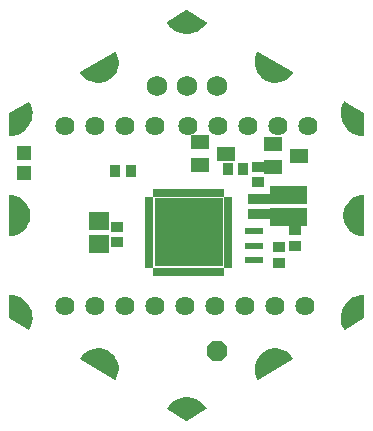
<source format=gbr>
G04 EAGLE Gerber RS-274X export*
G75*
%MOMM*%
%FSLAX34Y34*%
%LPD*%
%INSoldermask Bottom*%
%IPPOS*%
%AMOC8*
5,1,8,0,0,1.08239X$1,22.5*%
G01*
%ADD10R,1.603197X0.603200*%
%ADD11P,1.869504X8X22.500000*%
%ADD12R,0.903200X1.103200*%
%ADD13R,1.103200X0.903200*%
%ADD14R,1.303200X1.203200*%
%ADD15R,1.703200X1.503200*%
%ADD16C,1.727200*%
%ADD17C,1.203200*%
%ADD18C,1.625600*%
%ADD19R,1.603200X1.203200*%
%ADD20R,0.753200X0.503200*%
%ADD21R,0.503200X0.753200*%
%ADD22R,5.803200X5.803200*%

G36*
X-73116Y285545D02*
X-73116Y285545D01*
X-73082Y285553D01*
X-73034Y285554D01*
X-70279Y286093D01*
X-70246Y286106D01*
X-70199Y286115D01*
X-67570Y287100D01*
X-67540Y287118D01*
X-67495Y287135D01*
X-65064Y288539D01*
X-65038Y288562D01*
X-64996Y288586D01*
X-62829Y290371D01*
X-62807Y290398D01*
X-62769Y290428D01*
X-60925Y292545D01*
X-60908Y292576D01*
X-60877Y292612D01*
X-59406Y295004D01*
X-59394Y295036D01*
X-59369Y295077D01*
X-58313Y297679D01*
X-58306Y297713D01*
X-58288Y297757D01*
X-57674Y300497D01*
X-57673Y300532D01*
X-57663Y300579D01*
X-57508Y303382D01*
X-57513Y303417D01*
X-57510Y303465D01*
X-57819Y306255D01*
X-57830Y306288D01*
X-57835Y306336D01*
X-58599Y309038D01*
X-58615Y309069D01*
X-58628Y309115D01*
X-59826Y311654D01*
X-59844Y311678D01*
X-59854Y311705D01*
X-59902Y311757D01*
X-59945Y311814D01*
X-59970Y311828D01*
X-59990Y311850D01*
X-60055Y311878D01*
X-60117Y311914D01*
X-60146Y311918D01*
X-60172Y311929D01*
X-60244Y311930D01*
X-60314Y311939D01*
X-60342Y311931D01*
X-60371Y311932D01*
X-60465Y311897D01*
X-60505Y311885D01*
X-60514Y311879D01*
X-60527Y311874D01*
X-89972Y294874D01*
X-89994Y294854D01*
X-90020Y294842D01*
X-90053Y294805D01*
X-90059Y294801D01*
X-90064Y294794D01*
X-90068Y294789D01*
X-90121Y294742D01*
X-90134Y294716D01*
X-90153Y294694D01*
X-90176Y294627D01*
X-90207Y294563D01*
X-90208Y294533D01*
X-90217Y294506D01*
X-90212Y294435D01*
X-90216Y294364D01*
X-90205Y294336D01*
X-90203Y294307D01*
X-90161Y294217D01*
X-90146Y294178D01*
X-90139Y294169D01*
X-90133Y294157D01*
X-88533Y291850D01*
X-88508Y291826D01*
X-88480Y291786D01*
X-86523Y289773D01*
X-86494Y289754D01*
X-86460Y289719D01*
X-84198Y288056D01*
X-84167Y288042D01*
X-84128Y288013D01*
X-81623Y286745D01*
X-81589Y286736D01*
X-81546Y286714D01*
X-78867Y285876D01*
X-78832Y285873D01*
X-78786Y285858D01*
X-76005Y285473D01*
X-75970Y285475D01*
X-75923Y285468D01*
X-73116Y285545D01*
G37*
G36*
X60342Y34144D02*
X60342Y34144D01*
X60371Y34143D01*
X60465Y34178D01*
X60505Y34190D01*
X60514Y34196D01*
X60527Y34201D01*
X89972Y51201D01*
X89994Y51221D01*
X90020Y51233D01*
X90068Y51286D01*
X90121Y51333D01*
X90134Y51359D01*
X90153Y51381D01*
X90176Y51448D01*
X90207Y51512D01*
X90208Y51542D01*
X90217Y51569D01*
X90212Y51640D01*
X90216Y51711D01*
X90205Y51739D01*
X90203Y51768D01*
X90161Y51858D01*
X90146Y51897D01*
X90139Y51906D01*
X90133Y51918D01*
X88533Y54225D01*
X88508Y54249D01*
X88480Y54289D01*
X86523Y56302D01*
X86494Y56321D01*
X86460Y56356D01*
X84198Y58019D01*
X84167Y58033D01*
X84128Y58062D01*
X81623Y59330D01*
X81589Y59339D01*
X81546Y59361D01*
X78867Y60199D01*
X78832Y60202D01*
X78786Y60217D01*
X76005Y60602D01*
X75970Y60600D01*
X75923Y60607D01*
X73116Y60530D01*
X73082Y60522D01*
X73034Y60521D01*
X70279Y59982D01*
X70246Y59969D01*
X70199Y59960D01*
X67570Y58975D01*
X67540Y58957D01*
X67495Y58940D01*
X65064Y57536D01*
X65038Y57513D01*
X64996Y57489D01*
X62829Y55704D01*
X62807Y55677D01*
X62769Y55647D01*
X60925Y53530D01*
X60908Y53499D01*
X60877Y53463D01*
X59406Y51071D01*
X59394Y51039D01*
X59369Y50998D01*
X58313Y48396D01*
X58306Y48362D01*
X58288Y48318D01*
X57674Y45578D01*
X57673Y45543D01*
X57663Y45496D01*
X57508Y42693D01*
X57513Y42658D01*
X57510Y42610D01*
X57819Y39820D01*
X57830Y39787D01*
X57835Y39739D01*
X58599Y37037D01*
X58615Y37006D01*
X58628Y36960D01*
X59826Y34421D01*
X59844Y34397D01*
X59854Y34370D01*
X59902Y34318D01*
X59945Y34261D01*
X59970Y34247D01*
X59990Y34225D01*
X60055Y34197D01*
X60117Y34161D01*
X60146Y34157D01*
X60172Y34146D01*
X60244Y34145D01*
X60314Y34136D01*
X60342Y34144D01*
G37*
G36*
X-60219Y34170D02*
X-60219Y34170D01*
X-60148Y34175D01*
X-60122Y34189D01*
X-60093Y34194D01*
X-60035Y34234D01*
X-59972Y34267D01*
X-59953Y34289D01*
X-59929Y34306D01*
X-59872Y34387D01*
X-59845Y34420D01*
X-59842Y34431D01*
X-59834Y34442D01*
X-58639Y36979D01*
X-58630Y37013D01*
X-58610Y37057D01*
X-57848Y39756D01*
X-57846Y39790D01*
X-57833Y39837D01*
X-57526Y42624D01*
X-57529Y42652D01*
X-57527Y42660D01*
X-57528Y42665D01*
X-57524Y42707D01*
X-57680Y45507D01*
X-57689Y45540D01*
X-57692Y45589D01*
X-58307Y48325D01*
X-58321Y48356D01*
X-58331Y48403D01*
X-59388Y51001D01*
X-59408Y51030D01*
X-59426Y51075D01*
X-60896Y53463D01*
X-60920Y53488D01*
X-60945Y53529D01*
X-62788Y55643D01*
X-62816Y55664D01*
X-62847Y55700D01*
X-65013Y57482D01*
X-65044Y57498D01*
X-65081Y57529D01*
X-67511Y58929D01*
X-67544Y58940D01*
X-67585Y58965D01*
X-70212Y59946D01*
X-70246Y59952D01*
X-70292Y59969D01*
X-73044Y60504D01*
X-73079Y60504D01*
X-73126Y60513D01*
X-75930Y60589D01*
X-75964Y60583D01*
X-76012Y60584D01*
X-78790Y60197D01*
X-78823Y60186D01*
X-78870Y60179D01*
X-81546Y59340D01*
X-81577Y59323D01*
X-81623Y59309D01*
X-84124Y58041D01*
X-84151Y58020D01*
X-84194Y57998D01*
X-86453Y56335D01*
X-86476Y56310D01*
X-86515Y56281D01*
X-88470Y54270D01*
X-88488Y54241D01*
X-88522Y54206D01*
X-90118Y51900D01*
X-90130Y51874D01*
X-90148Y51851D01*
X-90158Y51820D01*
X-90165Y51809D01*
X-90169Y51782D01*
X-90197Y51718D01*
X-90197Y51688D01*
X-90205Y51660D01*
X-90197Y51590D01*
X-90198Y51519D01*
X-90186Y51492D01*
X-90183Y51463D01*
X-90148Y51401D01*
X-90121Y51335D01*
X-90100Y51315D01*
X-90086Y51290D01*
X-90009Y51226D01*
X-89978Y51197D01*
X-89968Y51192D01*
X-89957Y51184D01*
X-60535Y34222D01*
X-60507Y34213D01*
X-60483Y34197D01*
X-60414Y34182D01*
X-60346Y34159D01*
X-60317Y34162D01*
X-60289Y34156D01*
X-60219Y34170D01*
G37*
G36*
X75964Y285492D02*
X75964Y285492D01*
X76012Y285491D01*
X78790Y285878D01*
X78823Y285889D01*
X78870Y285896D01*
X81546Y286735D01*
X81577Y286752D01*
X81623Y286766D01*
X84124Y288034D01*
X84151Y288055D01*
X84194Y288077D01*
X86453Y289740D01*
X86476Y289765D01*
X86515Y289794D01*
X86843Y290131D01*
X87328Y290631D01*
X87813Y291130D01*
X88298Y291629D01*
X88470Y291805D01*
X88488Y291834D01*
X88522Y291869D01*
X90118Y294175D01*
X90130Y294201D01*
X90148Y294224D01*
X90169Y294292D01*
X90197Y294357D01*
X90197Y294387D01*
X90205Y294415D01*
X90197Y294485D01*
X90198Y294556D01*
X90186Y294583D01*
X90183Y294612D01*
X90148Y294674D01*
X90121Y294740D01*
X90100Y294760D01*
X90086Y294785D01*
X90024Y294836D01*
X90019Y294843D01*
X90009Y294849D01*
X89978Y294878D01*
X89968Y294883D01*
X89957Y294891D01*
X60535Y311853D01*
X60507Y311862D01*
X60483Y311878D01*
X60414Y311893D01*
X60346Y311916D01*
X60317Y311913D01*
X60289Y311919D01*
X60219Y311905D01*
X60148Y311900D01*
X60122Y311886D01*
X60093Y311881D01*
X60035Y311841D01*
X59972Y311808D01*
X59953Y311786D01*
X59929Y311769D01*
X59872Y311688D01*
X59845Y311655D01*
X59842Y311644D01*
X59834Y311633D01*
X58639Y309096D01*
X58630Y309062D01*
X58610Y309018D01*
X57848Y306319D01*
X57846Y306285D01*
X57833Y306238D01*
X57526Y303451D01*
X57529Y303416D01*
X57524Y303368D01*
X57680Y300568D01*
X57689Y300535D01*
X57692Y300486D01*
X58307Y297750D01*
X58321Y297719D01*
X58331Y297672D01*
X59388Y295074D01*
X59408Y295045D01*
X59426Y295000D01*
X60896Y292612D01*
X60920Y292587D01*
X60945Y292546D01*
X62788Y290432D01*
X62816Y290411D01*
X62847Y290375D01*
X65013Y288593D01*
X65044Y288577D01*
X65081Y288546D01*
X67511Y287146D01*
X67544Y287135D01*
X67585Y287110D01*
X70212Y286129D01*
X70246Y286123D01*
X70292Y286106D01*
X73044Y285571D01*
X73079Y285571D01*
X73126Y285562D01*
X75930Y285486D01*
X75964Y285492D01*
G37*
G36*
X-149981Y155562D02*
X-149981Y155562D01*
X-149967Y155561D01*
X-147172Y155791D01*
X-147139Y155801D01*
X-147091Y155805D01*
X-144371Y156491D01*
X-144340Y156506D01*
X-144293Y156518D01*
X-141724Y157643D01*
X-141696Y157663D01*
X-141652Y157682D01*
X-139303Y159214D01*
X-139278Y159239D01*
X-139238Y159265D01*
X-137173Y161163D01*
X-137153Y161191D01*
X-137148Y161196D01*
X-137137Y161203D01*
X-137133Y161209D01*
X-137118Y161224D01*
X-135393Y163436D01*
X-135378Y163467D01*
X-135348Y163505D01*
X-134012Y165970D01*
X-134002Y166003D01*
X-133979Y166046D01*
X-133066Y168698D01*
X-133062Y168732D01*
X-133046Y168778D01*
X-132583Y171543D01*
X-132584Y171578D01*
X-132576Y171626D01*
X-132574Y174430D01*
X-132581Y174464D01*
X-132581Y174512D01*
X-133040Y177279D01*
X-133053Y177311D01*
X-133061Y177359D01*
X-133970Y180012D01*
X-133987Y180042D01*
X-134003Y180087D01*
X-135336Y182555D01*
X-135358Y182581D01*
X-135381Y182624D01*
X-137102Y184838D01*
X-137128Y184861D01*
X-137158Y184899D01*
X-139220Y186800D01*
X-139249Y186818D01*
X-139285Y186850D01*
X-141632Y188386D01*
X-141664Y188399D01*
X-141704Y188425D01*
X-144272Y189553D01*
X-144305Y189561D01*
X-144350Y189580D01*
X-147068Y190270D01*
X-147102Y190272D01*
X-147149Y190284D01*
X-149944Y190518D01*
X-149973Y190514D01*
X-150002Y190519D01*
X-150071Y190503D01*
X-150141Y190494D01*
X-150167Y190480D01*
X-150195Y190473D01*
X-150252Y190431D01*
X-150314Y190396D01*
X-150332Y190373D01*
X-150355Y190355D01*
X-150392Y190294D01*
X-150435Y190238D01*
X-150442Y190209D01*
X-150457Y190184D01*
X-150474Y190086D01*
X-150484Y190045D01*
X-150482Y190034D01*
X-150485Y190020D01*
X-150507Y156059D01*
X-150501Y156031D01*
X-150504Y156001D01*
X-150482Y155934D01*
X-150468Y155864D01*
X-150451Y155840D01*
X-150442Y155812D01*
X-150396Y155759D01*
X-150355Y155700D01*
X-150331Y155685D01*
X-150312Y155663D01*
X-150248Y155631D01*
X-150188Y155593D01*
X-150159Y155588D01*
X-150133Y155575D01*
X-150034Y155567D01*
X-149992Y155560D01*
X-149981Y155562D01*
G37*
G36*
X150071Y155572D02*
X150071Y155572D01*
X150141Y155581D01*
X150167Y155595D01*
X150195Y155602D01*
X150252Y155644D01*
X150314Y155679D01*
X150332Y155702D01*
X150355Y155720D01*
X150392Y155781D01*
X150435Y155837D01*
X150442Y155866D01*
X150457Y155891D01*
X150474Y155989D01*
X150484Y156030D01*
X150482Y156041D01*
X150485Y156055D01*
X150507Y190016D01*
X150507Y190019D01*
X150507Y190021D01*
X150503Y190039D01*
X150501Y190044D01*
X150504Y190074D01*
X150482Y190141D01*
X150468Y190211D01*
X150451Y190235D01*
X150442Y190263D01*
X150396Y190316D01*
X150355Y190375D01*
X150331Y190390D01*
X150312Y190412D01*
X150248Y190444D01*
X150188Y190482D01*
X150159Y190487D01*
X150133Y190500D01*
X150034Y190508D01*
X149992Y190515D01*
X149981Y190513D01*
X149967Y190514D01*
X147172Y190284D01*
X147139Y190274D01*
X147091Y190270D01*
X144371Y189584D01*
X144340Y189569D01*
X144293Y189557D01*
X141724Y188432D01*
X141696Y188412D01*
X141652Y188393D01*
X139303Y186861D01*
X139278Y186836D01*
X139238Y186810D01*
X137173Y184912D01*
X137153Y184884D01*
X137118Y184851D01*
X135393Y182639D01*
X135378Y182608D01*
X135348Y182570D01*
X134012Y180105D01*
X134002Y180072D01*
X133979Y180029D01*
X133066Y177377D01*
X133062Y177343D01*
X133046Y177297D01*
X132583Y174532D01*
X132584Y174497D01*
X132576Y174449D01*
X132574Y171645D01*
X132581Y171611D01*
X132581Y171563D01*
X133040Y168796D01*
X133053Y168764D01*
X133061Y168716D01*
X133970Y166063D01*
X133987Y166033D01*
X134003Y165988D01*
X135336Y163520D01*
X135358Y163494D01*
X135381Y163451D01*
X137102Y161237D01*
X137128Y161214D01*
X137158Y161176D01*
X139220Y159275D01*
X139249Y159257D01*
X139285Y159225D01*
X141632Y157689D01*
X141664Y157676D01*
X141704Y157650D01*
X144272Y156522D01*
X144305Y156514D01*
X144350Y156495D01*
X147068Y155805D01*
X147102Y155803D01*
X147149Y155791D01*
X149944Y155557D01*
X149973Y155561D01*
X150002Y155556D01*
X150071Y155572D01*
G37*
G36*
X150105Y240116D02*
X150105Y240116D01*
X150176Y240124D01*
X150201Y240139D01*
X150229Y240145D01*
X150286Y240188D01*
X150348Y240223D01*
X150366Y240246D01*
X150389Y240263D01*
X150425Y240325D01*
X150468Y240382D01*
X150475Y240410D01*
X150490Y240435D01*
X150507Y240533D01*
X150517Y240574D01*
X150515Y240585D01*
X150518Y240599D01*
X150495Y259638D01*
X150479Y259714D01*
X150471Y259790D01*
X150460Y259810D01*
X150455Y259833D01*
X150411Y259896D01*
X150374Y259963D01*
X150354Y259980D01*
X150342Y259997D01*
X150305Y260021D01*
X150246Y260070D01*
X133769Y269609D01*
X133741Y269618D01*
X133717Y269635D01*
X133648Y269650D01*
X133580Y269672D01*
X133551Y269670D01*
X133523Y269676D01*
X133453Y269663D01*
X133382Y269657D01*
X133356Y269644D01*
X133328Y269638D01*
X133268Y269598D01*
X133205Y269566D01*
X133187Y269543D01*
X133163Y269527D01*
X133105Y269445D01*
X133078Y269413D01*
X133075Y269402D01*
X133067Y269391D01*
X131753Y266621D01*
X131745Y266588D01*
X131724Y266546D01*
X130871Y263601D01*
X130869Y263567D01*
X130855Y263522D01*
X130486Y260478D01*
X130488Y260444D01*
X130482Y260398D01*
X130606Y257334D01*
X130614Y257301D01*
X130616Y257254D01*
X131229Y254250D01*
X131242Y254219D01*
X131251Y254173D01*
X132339Y251306D01*
X132357Y251277D01*
X132373Y251233D01*
X133906Y248578D01*
X133929Y248552D01*
X133952Y248512D01*
X135891Y246137D01*
X135917Y246115D01*
X135947Y246079D01*
X138242Y244046D01*
X138271Y244029D01*
X138306Y243997D01*
X140897Y242358D01*
X140929Y242346D01*
X140969Y242321D01*
X143789Y241119D01*
X143823Y241112D01*
X143866Y241094D01*
X146843Y240360D01*
X146877Y240359D01*
X146922Y240347D01*
X149978Y240100D01*
X150007Y240104D01*
X150035Y240099D01*
X150105Y240116D01*
G37*
G36*
X-133453Y76412D02*
X-133453Y76412D01*
X-133382Y76418D01*
X-133356Y76431D01*
X-133328Y76437D01*
X-133268Y76477D01*
X-133205Y76509D01*
X-133187Y76532D01*
X-133163Y76548D01*
X-133105Y76630D01*
X-133078Y76662D01*
X-133075Y76673D01*
X-133067Y76684D01*
X-131753Y79454D01*
X-131745Y79487D01*
X-131724Y79529D01*
X-130871Y82474D01*
X-130869Y82508D01*
X-130855Y82553D01*
X-130486Y85597D01*
X-130488Y85631D01*
X-130482Y85677D01*
X-130606Y88741D01*
X-130614Y88774D01*
X-130616Y88821D01*
X-131229Y91825D01*
X-131242Y91856D01*
X-131251Y91902D01*
X-132339Y94769D01*
X-132357Y94798D01*
X-132373Y94842D01*
X-133906Y97497D01*
X-133929Y97523D01*
X-133952Y97563D01*
X-135891Y99938D01*
X-135917Y99960D01*
X-135947Y99996D01*
X-138242Y102029D01*
X-138271Y102046D01*
X-138306Y102078D01*
X-140897Y103717D01*
X-140929Y103729D01*
X-140969Y103754D01*
X-143789Y104956D01*
X-143823Y104963D01*
X-143866Y104981D01*
X-146843Y105715D01*
X-146877Y105716D01*
X-146922Y105728D01*
X-149978Y105975D01*
X-150007Y105971D01*
X-150035Y105976D01*
X-150105Y105959D01*
X-150176Y105951D01*
X-150201Y105936D01*
X-150229Y105930D01*
X-150286Y105887D01*
X-150348Y105852D01*
X-150366Y105829D01*
X-150389Y105812D01*
X-150425Y105750D01*
X-150468Y105693D01*
X-150475Y105665D01*
X-150490Y105640D01*
X-150507Y105542D01*
X-150517Y105501D01*
X-150515Y105490D01*
X-150518Y105476D01*
X-150495Y86437D01*
X-150479Y86361D01*
X-150471Y86285D01*
X-150460Y86265D01*
X-150455Y86242D01*
X-150411Y86179D01*
X-150374Y86112D01*
X-150354Y86095D01*
X-150342Y86078D01*
X-150305Y86054D01*
X-150246Y86005D01*
X-133769Y76466D01*
X-133741Y76457D01*
X-133717Y76440D01*
X-133648Y76425D01*
X-133580Y76403D01*
X-133551Y76405D01*
X-133523Y76399D01*
X-133453Y76412D01*
G37*
G36*
X133609Y76444D02*
X133609Y76444D01*
X133637Y76443D01*
X133733Y76479D01*
X133773Y76490D01*
X133781Y76497D01*
X133793Y76501D01*
X150247Y86001D01*
X150306Y86053D01*
X150368Y86099D01*
X150380Y86118D01*
X150396Y86133D01*
X150430Y86203D01*
X150470Y86270D01*
X150474Y86295D01*
X150482Y86312D01*
X150484Y86357D01*
X150497Y86434D01*
X150474Y105474D01*
X150469Y105502D01*
X150471Y105530D01*
X150449Y105598D01*
X150434Y105669D01*
X150418Y105692D01*
X150409Y105719D01*
X150362Y105773D01*
X150322Y105832D01*
X150298Y105848D01*
X150279Y105869D01*
X150215Y105901D01*
X150154Y105939D01*
X150126Y105944D01*
X150100Y105956D01*
X150000Y105965D01*
X149958Y105972D01*
X149947Y105970D01*
X149934Y105971D01*
X146885Y105721D01*
X146852Y105711D01*
X146805Y105708D01*
X143835Y104972D01*
X143805Y104957D01*
X143759Y104946D01*
X143538Y104852D01*
X142370Y104353D01*
X141203Y103854D01*
X141202Y103854D01*
X140946Y103744D01*
X140918Y103725D01*
X140874Y103706D01*
X138290Y102068D01*
X138266Y102044D01*
X138226Y102020D01*
X135938Y99988D01*
X135918Y99961D01*
X135883Y99930D01*
X133950Y97557D01*
X133934Y97527D01*
X133905Y97491D01*
X132378Y94839D01*
X132367Y94807D01*
X132344Y94767D01*
X131262Y91904D01*
X131257Y91871D01*
X131240Y91827D01*
X130631Y88828D01*
X130631Y88795D01*
X130622Y88749D01*
X130502Y85691D01*
X130508Y85658D01*
X130505Y85611D01*
X130878Y82574D01*
X130889Y82542D01*
X130894Y82495D01*
X131749Y79557D01*
X131765Y79527D01*
X131777Y79482D01*
X133093Y76719D01*
X133110Y76697D01*
X133119Y76670D01*
X133169Y76618D01*
X133212Y76560D01*
X133237Y76546D01*
X133256Y76525D01*
X133322Y76497D01*
X133384Y76461D01*
X133412Y76457D01*
X133438Y76446D01*
X133510Y76445D01*
X133581Y76436D01*
X133609Y76444D01*
G37*
G36*
X-149947Y240105D02*
X-149947Y240105D01*
X-149934Y240104D01*
X-146885Y240354D01*
X-146852Y240364D01*
X-146805Y240367D01*
X-143835Y241103D01*
X-143805Y241118D01*
X-143759Y241129D01*
X-143731Y241141D01*
X-143730Y241141D01*
X-142563Y241640D01*
X-141395Y242139D01*
X-140946Y242331D01*
X-140918Y242350D01*
X-140874Y242369D01*
X-138290Y244007D01*
X-138266Y244031D01*
X-138226Y244055D01*
X-135938Y246087D01*
X-135918Y246114D01*
X-135883Y246145D01*
X-133950Y248518D01*
X-133934Y248548D01*
X-133905Y248584D01*
X-132378Y251236D01*
X-132367Y251268D01*
X-132344Y251308D01*
X-131262Y254171D01*
X-131257Y254204D01*
X-131240Y254248D01*
X-130631Y257247D01*
X-130631Y257280D01*
X-130622Y257326D01*
X-130502Y260384D01*
X-130508Y260417D01*
X-130505Y260464D01*
X-130878Y263501D01*
X-130889Y263533D01*
X-130894Y263580D01*
X-131749Y266518D01*
X-131765Y266548D01*
X-131777Y266593D01*
X-133093Y269356D01*
X-133110Y269378D01*
X-133119Y269405D01*
X-133169Y269457D01*
X-133212Y269515D01*
X-133237Y269529D01*
X-133256Y269550D01*
X-133322Y269578D01*
X-133384Y269614D01*
X-133412Y269618D01*
X-133438Y269629D01*
X-133510Y269630D01*
X-133581Y269639D01*
X-133609Y269631D01*
X-133637Y269632D01*
X-133733Y269596D01*
X-133773Y269585D01*
X-133781Y269578D01*
X-133793Y269574D01*
X-150247Y260074D01*
X-150306Y260022D01*
X-150368Y259976D01*
X-150380Y259957D01*
X-150396Y259942D01*
X-150430Y259872D01*
X-150470Y259805D01*
X-150474Y259780D01*
X-150482Y259763D01*
X-150484Y259718D01*
X-150497Y259641D01*
X-150474Y240601D01*
X-150469Y240573D01*
X-150471Y240545D01*
X-150449Y240477D01*
X-150434Y240406D01*
X-150418Y240383D01*
X-150409Y240356D01*
X-150362Y240302D01*
X-150322Y240243D01*
X-150298Y240227D01*
X-150279Y240206D01*
X-150215Y240174D01*
X-150154Y240136D01*
X-150126Y240131D01*
X-150100Y240119D01*
X-150000Y240110D01*
X-149958Y240103D01*
X-149947Y240105D01*
G37*
G36*
X1560Y326782D02*
X1560Y326782D01*
X1607Y326782D01*
X4628Y327269D01*
X4660Y327281D01*
X4706Y327288D01*
X7610Y328254D01*
X7639Y328271D01*
X7684Y328285D01*
X10395Y329704D01*
X10421Y329725D01*
X10463Y329747D01*
X12911Y331582D01*
X12934Y331607D01*
X12971Y331635D01*
X15093Y333839D01*
X15112Y333868D01*
X15144Y333902D01*
X16886Y336418D01*
X16897Y336444D01*
X16915Y336466D01*
X16936Y336535D01*
X16964Y336601D01*
X16964Y336629D01*
X16972Y336657D01*
X16964Y336728D01*
X16965Y336799D01*
X16954Y336826D01*
X16950Y336854D01*
X16916Y336917D01*
X16888Y336983D01*
X16867Y337003D01*
X16853Y337028D01*
X16776Y337092D01*
X16745Y337122D01*
X16735Y337126D01*
X16725Y337134D01*
X248Y346673D01*
X174Y346698D01*
X103Y346729D01*
X81Y346730D01*
X59Y346737D01*
X-18Y346731D01*
X-96Y346732D01*
X-119Y346723D01*
X-139Y346721D01*
X-178Y346701D01*
X-252Y346674D01*
X-16706Y337174D01*
X-16728Y337155D01*
X-16753Y337143D01*
X-16801Y337090D01*
X-16855Y337042D01*
X-16867Y337016D01*
X-16886Y336995D01*
X-16910Y336927D01*
X-16941Y336863D01*
X-16942Y336834D01*
X-16952Y336807D01*
X-16947Y336736D01*
X-16950Y336664D01*
X-16940Y336637D01*
X-16938Y336609D01*
X-16895Y336517D01*
X-16881Y336478D01*
X-16873Y336470D01*
X-16868Y336458D01*
X-15133Y333938D01*
X-15108Y333914D01*
X-15082Y333876D01*
X-12965Y331666D01*
X-12937Y331647D01*
X-12905Y331613D01*
X-10461Y329772D01*
X-10430Y329757D01*
X-10393Y329729D01*
X-7685Y328304D01*
X-7653Y328294D01*
X-7612Y328272D01*
X-4710Y327300D01*
X-4677Y327296D01*
X-4676Y327295D01*
X-4632Y327280D01*
X-1613Y326786D01*
X-1579Y326787D01*
X-1533Y326779D01*
X1527Y326776D01*
X1560Y326782D01*
G37*
G36*
X18Y-656D02*
X18Y-656D01*
X96Y-657D01*
X119Y-648D01*
X139Y-646D01*
X178Y-626D01*
X252Y-599D01*
X16706Y8901D01*
X16728Y8920D01*
X16753Y8932D01*
X16788Y8970D01*
X16791Y8972D01*
X16794Y8977D01*
X16801Y8985D01*
X16855Y9033D01*
X16867Y9059D01*
X16886Y9080D01*
X16910Y9148D01*
X16941Y9212D01*
X16942Y9241D01*
X16952Y9268D01*
X16947Y9339D01*
X16950Y9411D01*
X16940Y9438D01*
X16938Y9466D01*
X16895Y9558D01*
X16881Y9597D01*
X16873Y9605D01*
X16868Y9617D01*
X15133Y12137D01*
X15108Y12161D01*
X15082Y12199D01*
X12965Y14409D01*
X12937Y14428D01*
X12905Y14462D01*
X10461Y16303D01*
X10430Y16318D01*
X10393Y16346D01*
X7685Y17771D01*
X7653Y17781D01*
X7612Y17803D01*
X4710Y18775D01*
X4687Y18778D01*
X4674Y18780D01*
X4632Y18795D01*
X1613Y19289D01*
X1579Y19288D01*
X1533Y19296D01*
X-1527Y19299D01*
X-1560Y19293D01*
X-1607Y19293D01*
X-4628Y18806D01*
X-4660Y18794D01*
X-4706Y18787D01*
X-7610Y17821D01*
X-7639Y17804D01*
X-7684Y17790D01*
X-10395Y16371D01*
X-10421Y16350D01*
X-10463Y16328D01*
X-12911Y14493D01*
X-12934Y14468D01*
X-12971Y14440D01*
X-15093Y12236D01*
X-15112Y12207D01*
X-15144Y12173D01*
X-16886Y9657D01*
X-16897Y9631D01*
X-16915Y9609D01*
X-16936Y9540D01*
X-16964Y9474D01*
X-16964Y9446D01*
X-16972Y9418D01*
X-16964Y9347D01*
X-16965Y9276D01*
X-16954Y9249D01*
X-16950Y9221D01*
X-16916Y9158D01*
X-16888Y9092D01*
X-16867Y9072D01*
X-16853Y9047D01*
X-16776Y8983D01*
X-16745Y8953D01*
X-16735Y8949D01*
X-16725Y8941D01*
X-248Y-598D01*
X-174Y-623D01*
X-103Y-654D01*
X-81Y-655D01*
X-59Y-662D01*
X18Y-656D01*
G37*
D10*
X57150Y135638D03*
X57150Y147638D03*
X57150Y159637D03*
D11*
X25400Y58738D03*
D12*
X47775Y212725D03*
X34775Y212725D03*
D13*
X60325Y201463D03*
X60325Y214463D03*
D12*
X-60475Y211138D03*
X-47475Y211138D03*
D14*
X-138113Y208988D03*
X-138113Y225988D03*
D13*
X92075Y160488D03*
X92075Y147488D03*
X77788Y133200D03*
X77788Y146200D03*
X57150Y187475D03*
X57150Y174475D03*
X66675Y187475D03*
X66675Y174475D03*
X-58738Y163663D03*
X-58738Y150663D03*
D15*
X79375Y190475D03*
X79375Y171475D03*
X93663Y190475D03*
X93663Y171475D03*
X-74613Y168250D03*
X-74613Y149250D03*
D16*
X25400Y282575D03*
X0Y282575D03*
X-25400Y282575D03*
D17*
X-16Y338266D03*
X143067Y255638D03*
X143084Y90409D03*
X16Y7809D03*
X-143067Y90438D03*
X-143084Y255666D03*
X71551Y296908D03*
X143051Y173067D03*
X71550Y49109D03*
X-71551Y49167D03*
X-143051Y173008D03*
X-71550Y296966D03*
D18*
X-102600Y96838D03*
X-77200Y96838D03*
X-51800Y96838D03*
X-26400Y96838D03*
X-1000Y96838D03*
X24400Y96838D03*
X49800Y96838D03*
X75200Y96838D03*
X100600Y96838D03*
X102600Y249238D03*
X77200Y249238D03*
X51800Y249238D03*
X26400Y249238D03*
X1000Y249238D03*
X-26400Y249238D03*
X-51800Y249238D03*
X-77200Y249238D03*
X-102600Y249238D03*
D19*
X33225Y225425D03*
X11225Y234925D03*
X11225Y215925D03*
X95138Y223838D03*
X73138Y233338D03*
X73138Y214338D03*
D20*
X35388Y186257D03*
X35388Y181256D03*
X35388Y176254D03*
X35388Y171253D03*
X35388Y166252D03*
X35388Y161251D03*
X35388Y156249D03*
X35388Y151248D03*
X35388Y146247D03*
X35388Y141246D03*
X35388Y136244D03*
X35388Y131243D03*
D21*
X29095Y124950D03*
X24094Y124950D03*
X19092Y124950D03*
X14091Y124950D03*
X9090Y124950D03*
X4089Y124950D03*
X-914Y124950D03*
X-5915Y124950D03*
X-10916Y124950D03*
X-15917Y124950D03*
X-20919Y124950D03*
X-25920Y124950D03*
D20*
X-32213Y131243D03*
X-32213Y136244D03*
X-32213Y141246D03*
X-32213Y146247D03*
X-32213Y151248D03*
X-32213Y156249D03*
X-32213Y161251D03*
X-32213Y166252D03*
X-32213Y171253D03*
X-32213Y176254D03*
X-32213Y181256D03*
X-32213Y186257D03*
D21*
X-25920Y192550D03*
X-20919Y192550D03*
X-15917Y192550D03*
X-10916Y192550D03*
X-5915Y192550D03*
X-914Y192550D03*
X4089Y192550D03*
X9090Y192550D03*
X14091Y192550D03*
X19092Y192550D03*
X24094Y192550D03*
X29095Y192550D03*
D22*
X1588Y158750D03*
M02*

</source>
